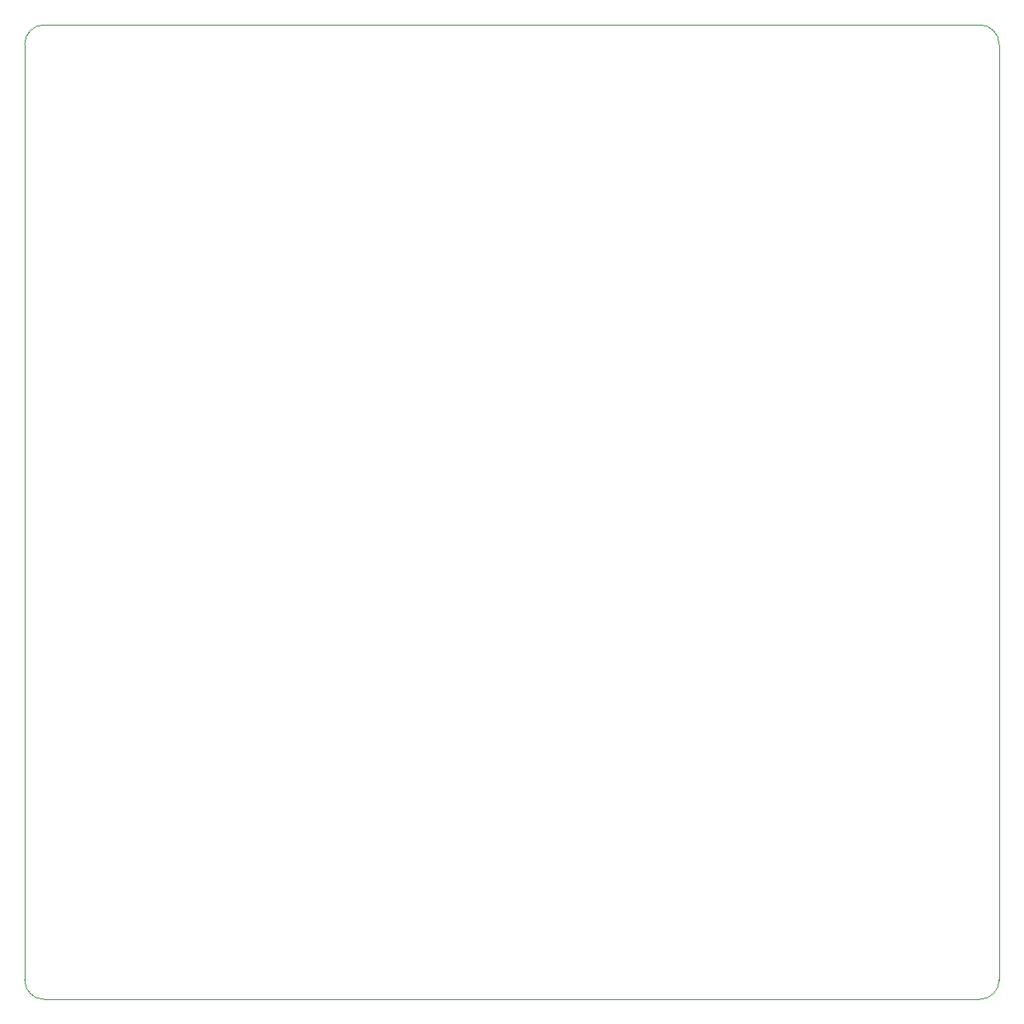
<source format=gbr>
%TF.GenerationSoftware,KiCad,Pcbnew,6.0.4-1.fc35*%
%TF.CreationDate,2022-04-29T14:23:32+05:30*%
%TF.ProjectId,8puter,38707574-6572-42e6-9b69-6361645f7063,rev?*%
%TF.SameCoordinates,PX63d9090PY80e2628*%
%TF.FileFunction,Profile,NP*%
%FSLAX46Y46*%
G04 Gerber Fmt 4.6, Leading zero omitted, Abs format (unit mm)*
G04 Created by KiCad (PCBNEW 6.0.4-1.fc35) date 2022-04-29 14:23:32*
%MOMM*%
%LPD*%
G01*
G04 APERTURE LIST*
%TA.AperFunction,Profile*%
%ADD10C,0.050000*%
%TD*%
G04 APERTURE END LIST*
D10*
X100000000Y98000000D02*
X100000000Y2000000D01*
X2000000Y100000000D02*
G75*
G03*
X0Y98000000I0J-2000000D01*
G01*
X0Y2000000D02*
G75*
G03*
X2000000Y0I2000000J0D01*
G01*
X97985786Y0D02*
X2000000Y0D01*
X2000000Y100000000D02*
X98000000Y100000000D01*
X100000000Y98000000D02*
G75*
G03*
X98000000Y100000000I-2000000J0D01*
G01*
X0Y2000000D02*
X0Y98000000D01*
X97985786Y-50D02*
G75*
G03*
X100000000Y2000000I14J2014250D01*
G01*
M02*

</source>
